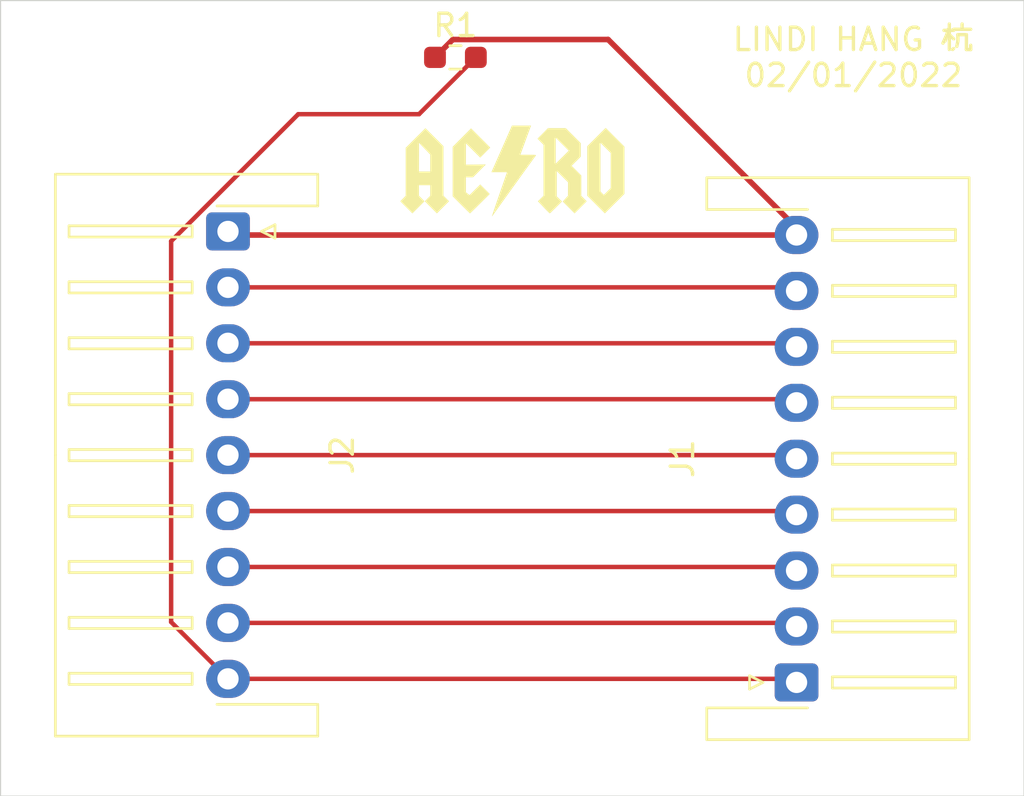
<source format=kicad_pcb>
(kicad_pcb (version 20211014) (generator pcbnew)
  (layers (0 "F.Cu" signal) (31 "B.Cu" signal) (34 "B.Paste" user) (35 "F.Paste" user) (36 "B.SilkS" user "B.Silkscreen") (37 "F.SilkS" user "F.Silkscreen") (38 "B.Mask" user) (39 "F.Mask" user) (44 "Edge.Cuts" user))
  (net 0 "")
  (net 1 "/TEMP-")
  (net 2 "/TEMP+")
  (net 3 "/COS-")
  (net 4 "/SIN-")
  (net 5 "/COS+")
  (net 6 "/SIN+")
  (net 7 "/ANGLE+")
  (net 8 "/ANGLE-")
  (net 9 "/5V")
  (footprint "Connector_JST:JST_XH_S9B-XH-A-1_1x09_P2.50mm_Horizontal" (layer "F.Cu") (at 134.62 63.66 -90)
    (fp_text reference "J2" (at 10 -5.1 90) (layer "F.SilkS"))
    (fp_text value "Conn_01x09")
    (fp_line (start 5.25 1.6) (end 4.75 1.6) (layer "F.SilkS") (width 0.12))
    (fp_line (start -1.14 -4.01) (end -1.14 0.49) (layer "F.SilkS") (width 0.12))
    (fp_line (start 10.25 7.1) (end 10.25 1.6) (layer "F.SilkS") (width 0.12))
    (fp_line (start 10 7.71) (end -2.56 7.71) (layer "F.SilkS") (width 0.12))
    (fp_line (start -0.3 -2.1) (end 0.3 -2.1) (layer "F.SilkS") (width 0.12))
    (fp_line (start 9.75 1.6) (end 9.75 7.1) (layer "F.SilkS") (width 0.12))
    (fp_line (start 12.25 7.1) (end 12.75 7.1) (layer "F.SilkS") (width 0.12))
    (fp_line (start 0 -1.5) (end -0.3 -2.1) (layer "F.SilkS") (width 0.12))
    (fp_line (start 21.14 -4.01) (end 21.14 0.49) (layer "F.SilkS") (width 0.12))
    (fp_line (start 0.3 -2.1) (end 0 -1.5) (layer "F.SilkS") (width 0.12))
    (fp_line (start 9.75 7.1) (end 10.25 7.1) (layer "F.SilkS") (width 0.12))
    (fp_line (start 7.75 7.1) (end 7.75 1.6) (layer "F.SilkS") (width 0.12))
    (fp_line (start 22.56 -4.01) (end 21.14 -4.01) (layer "F.SilkS") (width 0.12))
    (fp_line (start 7.25 7.1) (end 7.75 7.1) (layer "F.SilkS") (width 0.12))
    (fp_line (start 20.25 1.6) (end 19.75 1.6) (layer "F.SilkS") (width 0.12))
    (fp_line (start 19.75 7.1) (end 20.25 7.1) (layer "F.SilkS") (width 0.12))
    (fp_line (start 20.25 7.1) (end 20.25 1.6) (layer "F.SilkS") (width 0.12))
    (fp_line (start 5.25 7.1) (end 5.25 1.6) (layer "F.SilkS") (width 0.12))
    (fp_line (start 10.25 1.6) (end 9.75 1.6) (layer "F.SilkS") (width 0.12))
    (fp_line (start 2.25 7.1) (end 2.75 7.1) (layer "F.SilkS") (width 0.12))
    (fp_line (start 14.75 7.1) (end 15.25 7.1) (layer "F.SilkS") (width 0.12))
    (fp_line (start 7.75 1.6) (end 7.25 1.6) (layer "F.SilkS") (width 0.12))
    (fp_line (start -0.25 1.6) (end -0.25 7.1) (layer "F.SilkS") (width 0.12))
    (fp_line (start 2.75 7.1) (end 2.75 1.6) (layer "F.SilkS") (width 0.12))
    (fp_line (start 15.25 1.6) (end 14.75 1.6) (layer "F.SilkS") (width 0.12))
    (fp_line (start 2.25 1.6) (end 2.25 7.1) (layer "F.SilkS") (width 0.12))
    (fp_line (start -0.25 7.1) (end 0.25 7.1) (layer "F.SilkS") (width 0.12))
    (fp_line (start 17.25 7.1) (end 17.75 7.1) (layer "F.SilkS") (width 0.12))
    (fp_line (start 0.25 7.1) (end 0.25 1.6) (layer "F.SilkS") (width 0.12))
    (fp_line (start -2.56 -4.01) (end -1.14 -4.01) (layer "F.SilkS") (width 0.12))
    (fp_line (start 4.75 1.6) (end 4.75 7.1) (layer "F.SilkS") (width 0.12))
    (fp_line (start 10 7.71) (end 22.56 7.71) (layer "F.SilkS") (width 0.12))
    (fp_line (start 2.75 1.6) (end 2.25 1.6) (layer "F.SilkS") (width 0.12))
    (fp_line (start 17.75 7.1) (end 17.75 1.6) (layer "F.SilkS") (width 0.12))
    (fp_line (start 0.25 1.6) (end -0.25 1.6) (layer "F.SilkS") (width 0.12))
    (fp_line (start 12.25 1.6) (end 12.25 7.1) (layer "F.SilkS") (width 0.12))
    (fp_line (start 17.75 1.6) (end 17.25 1.6) (layer "F.SilkS") (width 0.12))
    (fp_line (start 4.75 7.1) (end 5.25 7.1) (layer "F.SilkS") (width 0.12))
    (fp_line (start 17.25 1.6) (end 17.25 7.1) (layer "F.SilkS") (width 0.12))
    (fp_line (start 12.75 7.1) (end 12.75 1.6) (layer "F.SilkS") (width 0.12))
    (fp_line (start 15.25 7.1) (end 15.25 1.6) (layer "F.SilkS") (width 0.12))
    (fp_line (start 14.75 1.6) (end 14.75 7.1) (layer "F.SilkS") (width 0.12))
    (fp_line (start 12.75 1.6) (end 12.25 1.6) (layer "F.SilkS") (width 0.12))
    (fp_line (start 22.56 7.71) (end 22.56 -4.01) (layer "F.SilkS") (width 0.12))
    (fp_line (start 19.75 1.6) (end 19.75 7.1) (layer "F.SilkS") (width 0.12))
    (fp_line (start 7.25 1.6) (end 7.25 7.1) (layer "F.SilkS") (width 0.12))
    (fp_line (start -2.56 7.71) (end -2.56 -4.01) (layer "F.SilkS") (width 0.12))
    (pad "1" thru_hole roundrect (at 0 0 270) (size 1.7 1.95) (drill 0.95) (layers *.Cu *.Mask) (roundrect_rratio 0.147059) (net 9 "/5V"))
    (pad "2" thru_hole oval (at 2.5 0 270) (size 1.7 1.95) (drill 0.95) (layers *.Cu *.Mask) (net 8 "/ANGLE-"))
    (pad "3" thru_hole oval (at 5 0 270) (size 1.7 1.95) (drill 0.95) (layers *.Cu *.Mask) (net 7 "/ANGLE+"))
    (pad "4" thru_hole oval (at 7.5 0 270) (size 1.7 1.95) (drill 0.95) (layers *.Cu *.Mask) (net 3 "/COS-"))
    (pad "5" thru_hole oval (at 10 0 270) (size 1.7 1.95) (drill 0.95) (layers *.Cu *.Mask) (net 5 "/COS+"))
    (pad "6" thru_hole oval (at 12.5 0 270) (size 1.7 1.95) (drill 0.95) (layers *.Cu *.Mask) (net 4 "/SIN-"))
    (pad "7" thru_hole oval (at 15 0 270) (size 1.7 1.95) (drill 0.95) (layers *.Cu *.Mask) (net 6 "/SIN+"))
    (pad "8" thru_hole oval (at 17.5 0 270) (size 1.7 1.95) (drill 0.95) (layers *.Cu *.Mask) (net 1 "/TEMP-"))
    (pad "9" thru_hole oval (at 20 0 270) (size 1.7 1.95) (drill 0.95) (layers *.Cu *.Mask) (net 2 "/TEMP+"))
  )
  (footprint "AERO_Footprints:AERO_Logo_10x4mm" (layer "F.Cu") (at 147.32 60.96)
    (fp_text reference "G***" hide)
    (fp_text value "LOGO" hide)
    (fp_poly (pts (xy -3.477698 -1.508623) (xy -3.075963 -1.106395) (xy -3.075963 1.105415) (xy -2.954085 1.228826) (xy -2.832208 1.352236) (xy -3.09998 1.620008) (xy -3.367752 1.887779) (xy -3.902032 1.351979) (xy -3.658532 1.105415) (xy -3.658532 0.629174) (xy -4.171192 0.629174) (xy -4.171192 1.105415) (xy -4.049315 1.228826) (xy -3.927437 1.352236) (xy -4.195209 1.620008) (xy -4.462981 1.887779) (xy -4.997261 1.351979) (xy -4.753761 1.105415) (xy -4.753761 0.023303) (xy -4.171192 0.023303) (xy -3.658532 0.023303) (xy -3.658532 -0.735332) (xy -3.913681 -1.002666) (xy -4.168831 -1.27) (xy -4.170011 -0.623349) (xy -4.171192 0.023303) (xy -4.753761 0.023303) (xy -4.753761 -1.037433) (xy -4.316597 -1.474142) (xy -3.879434 -1.910851) (xy -3.477698 -1.508623)) (layer "F.SilkS") (width 0.01) (fill solid))
    (fp_poly (pts (xy 0.594221 -1.374862) (xy 0.354968 -0.722385) (xy 0.717059 -0.722385) (xy 0.853644 -0.722106) (xy 0.949683 -0.720764) (xy 1.011233 -0.717601) (xy 1.044352 -0.711857) (xy 1.055098 -0.702775) (xy 1.049529 -0.689597) (xy 1.04285 -0.681606) (xy 1.024199 -0.657081) (xy 0.981096 -0.598426) (xy 0.91624 -0.509389) (xy 0.83233 -0.39372) (xy 0.732061 -0.25517) (xy 0.618134 -0.097489) (xy 0.493246 0.075575) (xy 0.360094 0.26027) (xy 0.221378 0.452846) (xy 0.079794 0.649555) (xy -0.061959 0.846645) (xy -0.201183 1.040368) (xy -0.33518 1.226972) (xy -0.461252 1.402708) (xy -0.576701 1.563827) (xy -0.67883 1.706578) (xy -0.764939 1.827211) (xy -0.832331 1.921976) (xy -0.878309 1.987123) (xy -0.900173 2.018903) (xy -0.900652 2.019655) (xy -0.898812 2.007273) (xy -0.882983 1.955011) (xy -0.854541 1.86699) (xy -0.814862 1.74733) (xy -0.765324 1.600151) (xy -0.707302 1.429575) (xy -0.642173 1.23972) (xy -0.580239 1.060454) (xy -0.509049 0.854915) (xy -0.442772 0.663314) (xy -0.382925 0.490054) (xy -0.331024 0.33954) (xy -0.288589 0.216175) (xy -0.257135 0.124363) (xy -0.23818 0.068509) (xy -0.233027 0.05261) (xy -0.254981 0.050511) (xy -0.315447 0.048732) (xy -0.406333 0.047414) (xy -0.519545 0.046696) (xy -0.579325 0.046605) (xy -0.925622 0.046605) (xy -0.665354 -0.541789) (xy -0.583068 -0.727996) (xy -0.494257 -0.929277) (xy -0.404488 -1.132995) (xy -0.319327 -1.326516) (xy -0.244339 -1.497202) (xy -0.208576 -1.578762) (xy -0.012066 -2.027339) (xy 0.833473 -2.027339) (xy 0.594221 -1.374862)) (layer "F.SilkS") (width 0.01) (fill solid))
    (fp_poly (pts (xy 3.052661 -1.246114) (xy 3.052661 -0.641748) (xy 2.645809 -0.233002) (xy 2.860886 -0.017026) (xy 3.075964 0.198949) (xy 3.075964 1.105415) (xy 3.197841 1.228826) (xy 3.319719 1.352236) (xy 3.051947 1.620008) (xy 2.784175 1.887779) (xy 2.261465 1.363211) (xy 2.491377 1.106881) (xy 2.492386 0.803547) (xy 2.493395 0.500214) (xy 2.237065 0.244679) (xy 1.980734 -0.010857) (xy 1.980734 1.131935) (xy 2.097505 1.246951) (xy 2.214276 1.361966) (xy 1.952243 1.624744) (xy 1.862409 1.713933) (xy 1.783925 1.790151) (xy 1.722682 1.847811) (xy 1.684576 1.881323) (xy 1.675144 1.887523) (xy 1.654733 1.87152) (xy 1.608141 1.827324) (xy 1.541156 1.760657) (xy 1.459566 1.677241) (xy 1.405051 1.620528) (xy 1.150023 1.353533) (xy 1.274094 1.231003) (xy 1.398166 1.108473) (xy 1.398166 -0.314816) (xy 1.934129 -0.314816) (xy 2.231125 -0.611812) (xy 2.528121 -0.908807) (xy 1.934129 -1.502799) (xy 1.934129 -0.314816) (xy 1.398166 -0.314816) (xy 1.398166 -1.175438) (xy 1.264759 -1.310251) (xy 1.131352 -1.445065) (xy 1.363358 -1.677945) (xy 1.595365 -1.910826) (xy 2.389135 -1.910826) (xy 3.052661 -1.246114)) (layer "F.SilkS") (width 0.01) (fill solid))
    (fp_poly (pts (xy -1.416608 -1.47486) (xy -0.991063 -1.048849) (xy -1.21171 -0.827281) (xy -1.432356 -0.605713) (xy -2.073944 -1.246073) (xy -2.073944 -0.277684) (xy -1.189008 -0.291284) (xy -1.473833 -0.005826) (xy -1.758658 0.279633) (xy -2.073944 0.279633) (xy -2.073944 0.953041) (xy -1.990882 1.016396) (xy -1.90782 1.07975) (xy -1.432564 0.606112) (xy -1.01212 1.026556) (xy -1.444776 1.457039) (xy -1.561006 1.57228) (xy -1.666275 1.675877) (xy -1.75613 1.763512) (xy -1.82612 1.830866) (xy -1.871792 1.873621) (xy -1.888568 1.887523) (xy -1.907491 1.871751) (xy -1.954481 1.827522) (xy -2.024781 1.759462) (xy -2.113633 1.672199) (xy -2.21628 1.570361) (xy -2.278108 1.508596) (xy -2.656513 1.129669) (xy -2.656513 -1.081938) (xy -2.249333 -1.491404) (xy -1.842152 -1.900871) (xy -1.416608 -1.47486)) (layer "F.SilkS") (width 0.01) (fill solid))
    (fp_poly (pts (xy 4.590646 -1.503024) (xy 5.010092 -1.084064) (xy 5.010092 1.01413) (xy 4.135758 1.887556) (xy 3.745677 1.496968) (xy 3.355597 1.106381) (xy 3.355597 0.91824) (xy 3.938166 0.91824) (xy 4.012973 0.995422) (xy 4.087781 1.072604) (xy 4.246001 0.915597) (xy 4.404221 0.758589) (xy 4.404221 -0.804819) (xy 4.171193 -1.036973) (xy 3.938166 -1.269126) (xy 3.938166 0.91824) (xy 3.355597 0.91824) (xy 3.355597 -1.10738) (xy 3.763398 -1.514682) (xy 4.1712 -1.921985) (xy 4.590646 -1.503024)) (layer "F.SilkS") (width 0.01) (fill solid))
  )
  (footprint "Connector_JST:JST_XH_S9B-XH-A-1_1x09_P2.50mm_Horizontal" (layer "F.Cu") (at 160.02 83.82 90)
    (fp_text reference "J1" (at 10 -5.1 90) (layer "F.SilkS"))
    (fp_text value "Conn_01x09")
    (fp_line (start 17.75 7.1) (end 17.75 1.6) (layer "F.SilkS") (width 0.12))
    (fp_line (start 19.75 1.6) (end 19.75 7.1) (layer "F.SilkS") (width 0.12))
    (fp_line (start 12.25 7.1) (end 12.75 7.1) (layer "F.SilkS") (width 0.12))
    (fp_line (start 10.25 1.6) (end 9.75 1.6) (layer "F.SilkS") (width 0.12))
    (fp_line (start 7.75 7.1) (end 7.75 1.6) (layer "F.SilkS") (width 0.12))
    (fp_line (start 7.25 7.1) (end 7.75 7.1) (layer "F.SilkS") (width 0.12))
    (fp_line (start 15.25 1.6) (end 14.75 1.6) (layer "F.SilkS") (width 0.12))
    (fp_line (start 0.25 1.6) (end -0.25 1.6) (layer "F.SilkS") (width 0.12))
    (fp_line (start -0.25 7.1) (end 0.25 7.1) (layer "F.SilkS") (width 0.12))
    (fp_line (start 20.25 7.1) (end 20.25 1.6) (layer "F.SilkS") (width 0.12))
    (fp_line (start 7.75 1.6) (end 7.25 1.6) (layer "F.SilkS") (width 0.12))
    (fp_line (start -0.3 -2.1) (end 0.3 -2.1) (layer "F.SilkS") (width 0.12))
    (fp_line (start 21.14 -4.01) (end 21.14 0.49) (layer "F.SilkS") (width 0.12))
    (fp_line (start -1.14 -4.01) (end -1.14 0.49) (layer "F.SilkS") (width 0.12))
    (fp_line (start -0.25 1.6) (end -0.25 7.1) (layer "F.SilkS") (width 0.12))
    (fp_line (start 0.3 -2.1) (end 0 -1.5) (layer "F.SilkS") (width 0.12))
    (fp_line (start 10 7.71) (end 22.56 7.71) (layer "F.SilkS") (width 0.12))
    (fp_line (start 2.75 1.6) (end 2.25 1.6) (layer "F.SilkS") (width 0.12))
    (fp_line (start 7.25 1.6) (end 7.25 7.1) (layer "F.SilkS") (width 0.12))
    (fp_line (start 2.25 1.6) (end 2.25 7.1) (layer "F.SilkS") (width 0.12))
    (fp_line (start 14.75 7.1) (end 15.25 7.1) (layer "F.SilkS") (width 0.12))
    (fp_line (start 5.25 7.1) (end 5.25 1.6) (layer "F.SilkS") (width 0.12))
    (fp_line (start -2.56 7.71) (end -2.56 -4.01) (layer "F.SilkS") (width 0.12))
    (fp_line (start 19.75 7.1) (end 20.25 7.1) (layer "F.SilkS") (width 0.12))
    (fp_line (start 10 7.71) (end -2.56 7.71) (layer "F.SilkS") (width 0.12))
    (fp_line (start 0 -1.5) (end -0.3 -2.1) (layer "F.SilkS") (width 0.12))
    (fp_line (start 12.25 1.6) (end 12.25 7.1) (layer "F.SilkS") (width 0.12))
    (fp_line (start 5.25 1.6) (end 4.75 1.6) (layer "F.SilkS") (width 0.12))
    (fp_line (start 15.25 7.1) (end 15.25 1.6) (layer "F.SilkS") (width 0.12))
    (fp_line (start 12.75 1.6) (end 12.25 1.6) (layer "F.SilkS") (width 0.12))
    (fp_line (start 9.75 1.6) (end 9.75 7.1) (layer "F.SilkS") (width 0.12))
    (fp_line (start 22.56 -4.01) (end 21.14 -4.01) (layer "F.SilkS") (width 0.12))
    (fp_line (start 12.75 7.1) (end 12.75 1.6) (layer "F.SilkS") (width 0.12))
    (fp_line (start 9.75 7.1) (end 10.25 7.1) (layer "F.SilkS") (width 0.12))
    (fp_line (start 14.75 1.6) (end 14.75 7.1) (layer "F.SilkS") (width 0.12))
    (fp_line (start 22.56 7.71) (end 22.56 -4.01) (layer "F.SilkS") (width 0.12))
    (fp_line (start 2.75 7.1) (end 2.75 1.6) (layer "F.SilkS") (width 0.12))
    (fp_line (start 20.25 1.6) (end 19.75 1.6) (layer "F.SilkS") (width 0.12))
    (fp_line (start 4.75 7.1) (end 5.25 7.1) (layer "F.SilkS") (width 0.12))
    (fp_line (start 2.25 7.1) (end 2.75 7.1) (layer "F.SilkS") (width 0.12))
    (fp_line (start -2.56 -4.01) (end -1.14 -4.01) (layer "F.SilkS") (width 0.12))
    (fp_line (start 10.25 7.1) (end 10.25 1.6) (layer "F.SilkS") (width 0.12))
    (fp_line (start 17.25 1.6) (end 17.25 7.1) (layer "F.SilkS") (width 0.12))
    (fp_line (start 17.25 7.1) (end 17.75 7.1) (layer "F.SilkS") (width 0.12))
    (fp_line (start 17.75 1.6) (end 17.25 1.6) (layer "F.SilkS") (width 0.12))
    (fp_line (start 4.75 1.6) (end 4.75 7.1) (layer "F.SilkS") (width 0.12))
    (fp_line (start 0.25 7.1) (end 0.25 1.6) (layer "F.SilkS") (width 0.12))
    (pad "1" thru_hole roundrect (at 0 0 90) (size 1.7 1.95) (drill 0.95) (layers *.Cu *.Mask) (roundrect_rratio 0.147059) (net 2 "/TEMP+"))
    (pad "2" thru_hole oval (at 2.5 0 90) (size 1.7 1.95) (drill 0.95) (layers *.Cu *.Mask) (net 1 "/TEMP-"))
    (pad "3" thru_hole oval (at 5 0 90) (size 1.7 1.95) (drill 0.95) (layers *.Cu *.Mask) (net 6 "/SIN+"))
    (pad "4" thru_hole oval (at 7.5 0 90) (size 1.7 1.95) (drill 0.95) (layers *.Cu *.Mask) (net 4 "/SIN-"))
    (pad "5" thru_hole oval (at 10 0 90) (size 1.7 1.95) (drill 0.95) (layers *.Cu *.Mask) (net 5 "/COS+"))
    (pad "6" thru_hole oval (at 12.5 0 90) (size 1.7 1.95) (drill 0.95) (layers *.Cu *.Mask) (net 3 "/COS-"))
    (pad "7" thru_hole oval (at 15 0 90) (size 1.7 1.95) (drill 0.95) (layers *.Cu *.Mask) (net 7 "/ANGLE+"))
    (pad "8" thru_hole oval (at 17.5 0 90) (size 1.7 1.95) (drill 0.95) (layers *.Cu *.Mask) (net 8 "/ANGLE-"))
    (pad "9" thru_hole oval (at 20 0 90) (size 1.7 1.95) (drill 0.95) (layers *.Cu *.Mask) (net 9 "/5V"))
  )
  (footprint "Resistor_SMD:R_0603_1608Metric_Pad0.98x0.95mm_HandSolder" (layer "F.Cu") (at 144.78 55.88)
    (fp_text reference "R1" (at 0 -1.43) (layer "F.SilkS"))
    (fp_text value "R")
    (fp_line (start -0.254724 -0.5225) (end 0.254724 -0.5225) (layer "F.SilkS") (width 0.12))
    (fp_line (start -0.254724 0.5225) (end 0.254724 0.5225) (layer "F.SilkS") (width 0.12))
    (pad "1" smd roundrect (at -0.9125 0) (size 0.975 0.95) (layers "F.Cu" "F.Paste" "F.Mask") (net 9 "/5V"))
    (pad "2" smd roundrect (at 0.9125 0) (size 0.975 0.95) (layers "F.Cu" "F.Paste" "F.Mask") (net 2 "/TEMP+"))
  )
  (gr_rect (start 124.46 53.34) (end 170.18 88.9) (layer "Edge.Cuts") (width 0.05) (fill none))
  (gr_text "LINDI HANG 杭\n02/01/2022\n" (at 162.56 55.88) (layer "F.SilkS") (effects (font (size 1 1))))
  (segment (start 159.86 81.16) (end 160.02 81.32) (width 0.2) (layer "F.Cu") (net 1))
  (segment (start 134.62 81.16) (end 159.86 81.16) (width 0.2) (layer "F.Cu") (net 1))
  (segment (start 143.1525 58.42) (end 137.757862 58.42) (width 0.2) (layer "F.Cu") (net 2))
  (segment (start 137.757862 58.42) (end 132.08 64.097862) (width 0.2) (layer "F.Cu") (net 2))
  (segment (start 132.08 81.12) (end 134.62 83.66) (width 0.2) (layer "F.Cu") (net 2))
  (segment (start 159.86 83.66) (end 160.02 83.82) (width 0.2) (layer "F.Cu") (net 2))
  (segment (start 145.6925 55.88) (end 143.1525 58.42) (width 0.2) (layer "F.Cu") (net 2))
  (segment (start 132.08 64.097862) (end 132.08 81.12) (width 0.2) (layer "F.Cu") (net 2))
  (segment (start 134.62 83.66) (end 159.86 83.66) (width 0.2) (layer "F.Cu") (net 2))
  (segment (start 159.86 71.16) (end 160.02 71.32) (width 0.2) (layer "F.Cu") (net 3))
  (segment (start 134.62 71.16) (end 159.86 71.16) (width 0.2) (layer "F.Cu") (net 3))
  (segment (start 159.86 76.16) (end 160.02 76.32) (width 0.2) (layer "F.Cu") (net 4))
  (segment (start 134.62 76.16) (end 159.86 76.16) (width 0.2) (layer "F.Cu") (net 4))
  (segment (start 134.62 73.66) (end 159.86 73.66) (width 0.2) (layer "F.Cu") (net 5))
  (segment (start 159.86 73.66) (end 160.02 73.82) (width 0.2) (layer "F.Cu") (net 5))
  (segment (start 134.62 78.66) (end 159.86 78.66) (width 0.2) (layer "F.Cu") (net 6))
  (segment (start 159.86 78.66) (end 160.02 78.82) (width 0.2) (layer "F.Cu") (net 6))
  (segment (start 134.62 68.66) (end 159.94 68.66) (width 0.2) (layer "F.Cu") (net 7))
  (segment (start 159.94 68.66) (end 160.02 68.58) (width 0.2) (layer "F.Cu") (net 7))
  (segment (start 134.62 66.16) (end 159.86 66.16) (width 0.2) (layer "F.Cu") (net 8))
  (segment (start 159.86 66.16) (end 160.02 66.32) (width 0.2) (layer "F.Cu") (net 8))
  (segment (start 151.60048 55.08048) (end 160.02 63.5) (width 0.25) (layer "F.Cu") (net 9))
  (segment (start 143.8675 55.88) (end 144.66702 55.08048) (width 0.25) (layer "F.Cu") (net 9))
  (segment (start 144.66702 55.08048) (end 151.60048 55.08048) (width 0.25) (layer "F.Cu") (net 9))
  (segment (start 134.62 63.66) (end 134.78 63.82) (width 0.25) (layer "F.Cu") (net 9))
  (segment (start 134.78 63.82) (end 160.02 63.82) (width 0.25) (layer "F.Cu") (net 9))
)
</source>
